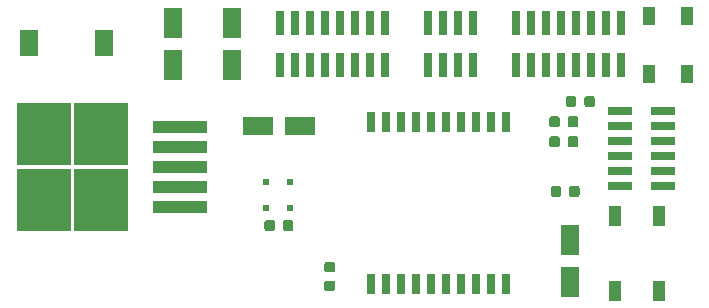
<source format=gbr>
G04 #@! TF.GenerationSoftware,KiCad,Pcbnew,5.1.0*
G04 #@! TF.CreationDate,2019-04-02T20:23:27-06:00*
G04 #@! TF.ProjectId,minisumo-FreeRTOS,6d696e69-7375-46d6-9f2d-467265655254,rev?*
G04 #@! TF.SameCoordinates,Original*
G04 #@! TF.FileFunction,Paste,Top*
G04 #@! TF.FilePolarity,Positive*
%FSLAX46Y46*%
G04 Gerber Fmt 4.6, Leading zero omitted, Abs format (unit mm)*
G04 Created by KiCad (PCBNEW 5.1.0) date 2019-04-02 20:23:27*
%MOMM*%
%LPD*%
G04 APERTURE LIST*
%ADD10R,4.550000X5.250000*%
%ADD11R,4.600000X1.100000*%
%ADD12R,1.500000X2.200000*%
%ADD13R,0.700000X1.700000*%
%ADD14R,2.600000X1.600000*%
%ADD15C,0.100000*%
%ADD16C,0.875000*%
%ADD17R,1.600000X2.600000*%
%ADD18R,0.500000X0.500000*%
%ADD19R,1.000000X1.500000*%
%ADD20R,0.750000X2.100000*%
%ADD21R,2.100000X0.750000*%
%ADD22R,1.000000X1.700000*%
G04 APERTURE END LIST*
D10*
X117425000Y-96175000D03*
X112575000Y-101725000D03*
X117425000Y-101725000D03*
X112575000Y-96175000D03*
D11*
X124150000Y-95550000D03*
X124150000Y-97250000D03*
X124150000Y-98950000D03*
X124150000Y-100650000D03*
X124150000Y-102350000D03*
D12*
X117700000Y-88400000D03*
X111300000Y-88400000D03*
D13*
X140285000Y-95150000D03*
X141555000Y-95150000D03*
X142825000Y-95150000D03*
X144095000Y-95150000D03*
X145365000Y-95150000D03*
X146635000Y-95150000D03*
X147905000Y-95150000D03*
X149175000Y-95150000D03*
X150445000Y-95150000D03*
X151715000Y-95150000D03*
X151715000Y-108850000D03*
X150445000Y-108850000D03*
X149175000Y-108850000D03*
X147905000Y-108850000D03*
X146635000Y-108850000D03*
X145365000Y-108850000D03*
X144095000Y-108850000D03*
X142825000Y-108850000D03*
X141555000Y-108850000D03*
X140285000Y-108850000D03*
D14*
X130700000Y-95500000D03*
X134300000Y-95500000D03*
D15*
G36*
X157627691Y-94626053D02*
G01*
X157648926Y-94629203D01*
X157669750Y-94634419D01*
X157689962Y-94641651D01*
X157709368Y-94650830D01*
X157727781Y-94661866D01*
X157745024Y-94674654D01*
X157760930Y-94689070D01*
X157775346Y-94704976D01*
X157788134Y-94722219D01*
X157799170Y-94740632D01*
X157808349Y-94760038D01*
X157815581Y-94780250D01*
X157820797Y-94801074D01*
X157823947Y-94822309D01*
X157825000Y-94843750D01*
X157825000Y-95356250D01*
X157823947Y-95377691D01*
X157820797Y-95398926D01*
X157815581Y-95419750D01*
X157808349Y-95439962D01*
X157799170Y-95459368D01*
X157788134Y-95477781D01*
X157775346Y-95495024D01*
X157760930Y-95510930D01*
X157745024Y-95525346D01*
X157727781Y-95538134D01*
X157709368Y-95549170D01*
X157689962Y-95558349D01*
X157669750Y-95565581D01*
X157648926Y-95570797D01*
X157627691Y-95573947D01*
X157606250Y-95575000D01*
X157168750Y-95575000D01*
X157147309Y-95573947D01*
X157126074Y-95570797D01*
X157105250Y-95565581D01*
X157085038Y-95558349D01*
X157065632Y-95549170D01*
X157047219Y-95538134D01*
X157029976Y-95525346D01*
X157014070Y-95510930D01*
X156999654Y-95495024D01*
X156986866Y-95477781D01*
X156975830Y-95459368D01*
X156966651Y-95439962D01*
X156959419Y-95419750D01*
X156954203Y-95398926D01*
X156951053Y-95377691D01*
X156950000Y-95356250D01*
X156950000Y-94843750D01*
X156951053Y-94822309D01*
X156954203Y-94801074D01*
X156959419Y-94780250D01*
X156966651Y-94760038D01*
X156975830Y-94740632D01*
X156986866Y-94722219D01*
X156999654Y-94704976D01*
X157014070Y-94689070D01*
X157029976Y-94674654D01*
X157047219Y-94661866D01*
X157065632Y-94650830D01*
X157085038Y-94641651D01*
X157105250Y-94634419D01*
X157126074Y-94629203D01*
X157147309Y-94626053D01*
X157168750Y-94625000D01*
X157606250Y-94625000D01*
X157627691Y-94626053D01*
X157627691Y-94626053D01*
G37*
D16*
X157387500Y-95100000D03*
D15*
G36*
X156052691Y-94626053D02*
G01*
X156073926Y-94629203D01*
X156094750Y-94634419D01*
X156114962Y-94641651D01*
X156134368Y-94650830D01*
X156152781Y-94661866D01*
X156170024Y-94674654D01*
X156185930Y-94689070D01*
X156200346Y-94704976D01*
X156213134Y-94722219D01*
X156224170Y-94740632D01*
X156233349Y-94760038D01*
X156240581Y-94780250D01*
X156245797Y-94801074D01*
X156248947Y-94822309D01*
X156250000Y-94843750D01*
X156250000Y-95356250D01*
X156248947Y-95377691D01*
X156245797Y-95398926D01*
X156240581Y-95419750D01*
X156233349Y-95439962D01*
X156224170Y-95459368D01*
X156213134Y-95477781D01*
X156200346Y-95495024D01*
X156185930Y-95510930D01*
X156170024Y-95525346D01*
X156152781Y-95538134D01*
X156134368Y-95549170D01*
X156114962Y-95558349D01*
X156094750Y-95565581D01*
X156073926Y-95570797D01*
X156052691Y-95573947D01*
X156031250Y-95575000D01*
X155593750Y-95575000D01*
X155572309Y-95573947D01*
X155551074Y-95570797D01*
X155530250Y-95565581D01*
X155510038Y-95558349D01*
X155490632Y-95549170D01*
X155472219Y-95538134D01*
X155454976Y-95525346D01*
X155439070Y-95510930D01*
X155424654Y-95495024D01*
X155411866Y-95477781D01*
X155400830Y-95459368D01*
X155391651Y-95439962D01*
X155384419Y-95419750D01*
X155379203Y-95398926D01*
X155376053Y-95377691D01*
X155375000Y-95356250D01*
X155375000Y-94843750D01*
X155376053Y-94822309D01*
X155379203Y-94801074D01*
X155384419Y-94780250D01*
X155391651Y-94760038D01*
X155400830Y-94740632D01*
X155411866Y-94722219D01*
X155424654Y-94704976D01*
X155439070Y-94689070D01*
X155454976Y-94674654D01*
X155472219Y-94661866D01*
X155490632Y-94650830D01*
X155510038Y-94641651D01*
X155530250Y-94634419D01*
X155551074Y-94629203D01*
X155572309Y-94626053D01*
X155593750Y-94625000D01*
X156031250Y-94625000D01*
X156052691Y-94626053D01*
X156052691Y-94626053D01*
G37*
D16*
X155812500Y-95100000D03*
D15*
G36*
X156052691Y-96326053D02*
G01*
X156073926Y-96329203D01*
X156094750Y-96334419D01*
X156114962Y-96341651D01*
X156134368Y-96350830D01*
X156152781Y-96361866D01*
X156170024Y-96374654D01*
X156185930Y-96389070D01*
X156200346Y-96404976D01*
X156213134Y-96422219D01*
X156224170Y-96440632D01*
X156233349Y-96460038D01*
X156240581Y-96480250D01*
X156245797Y-96501074D01*
X156248947Y-96522309D01*
X156250000Y-96543750D01*
X156250000Y-97056250D01*
X156248947Y-97077691D01*
X156245797Y-97098926D01*
X156240581Y-97119750D01*
X156233349Y-97139962D01*
X156224170Y-97159368D01*
X156213134Y-97177781D01*
X156200346Y-97195024D01*
X156185930Y-97210930D01*
X156170024Y-97225346D01*
X156152781Y-97238134D01*
X156134368Y-97249170D01*
X156114962Y-97258349D01*
X156094750Y-97265581D01*
X156073926Y-97270797D01*
X156052691Y-97273947D01*
X156031250Y-97275000D01*
X155593750Y-97275000D01*
X155572309Y-97273947D01*
X155551074Y-97270797D01*
X155530250Y-97265581D01*
X155510038Y-97258349D01*
X155490632Y-97249170D01*
X155472219Y-97238134D01*
X155454976Y-97225346D01*
X155439070Y-97210930D01*
X155424654Y-97195024D01*
X155411866Y-97177781D01*
X155400830Y-97159368D01*
X155391651Y-97139962D01*
X155384419Y-97119750D01*
X155379203Y-97098926D01*
X155376053Y-97077691D01*
X155375000Y-97056250D01*
X155375000Y-96543750D01*
X155376053Y-96522309D01*
X155379203Y-96501074D01*
X155384419Y-96480250D01*
X155391651Y-96460038D01*
X155400830Y-96440632D01*
X155411866Y-96422219D01*
X155424654Y-96404976D01*
X155439070Y-96389070D01*
X155454976Y-96374654D01*
X155472219Y-96361866D01*
X155490632Y-96350830D01*
X155510038Y-96341651D01*
X155530250Y-96334419D01*
X155551074Y-96329203D01*
X155572309Y-96326053D01*
X155593750Y-96325000D01*
X156031250Y-96325000D01*
X156052691Y-96326053D01*
X156052691Y-96326053D01*
G37*
D16*
X155812500Y-96800000D03*
D15*
G36*
X157627691Y-96326053D02*
G01*
X157648926Y-96329203D01*
X157669750Y-96334419D01*
X157689962Y-96341651D01*
X157709368Y-96350830D01*
X157727781Y-96361866D01*
X157745024Y-96374654D01*
X157760930Y-96389070D01*
X157775346Y-96404976D01*
X157788134Y-96422219D01*
X157799170Y-96440632D01*
X157808349Y-96460038D01*
X157815581Y-96480250D01*
X157820797Y-96501074D01*
X157823947Y-96522309D01*
X157825000Y-96543750D01*
X157825000Y-97056250D01*
X157823947Y-97077691D01*
X157820797Y-97098926D01*
X157815581Y-97119750D01*
X157808349Y-97139962D01*
X157799170Y-97159368D01*
X157788134Y-97177781D01*
X157775346Y-97195024D01*
X157760930Y-97210930D01*
X157745024Y-97225346D01*
X157727781Y-97238134D01*
X157709368Y-97249170D01*
X157689962Y-97258349D01*
X157669750Y-97265581D01*
X157648926Y-97270797D01*
X157627691Y-97273947D01*
X157606250Y-97275000D01*
X157168750Y-97275000D01*
X157147309Y-97273947D01*
X157126074Y-97270797D01*
X157105250Y-97265581D01*
X157085038Y-97258349D01*
X157065632Y-97249170D01*
X157047219Y-97238134D01*
X157029976Y-97225346D01*
X157014070Y-97210930D01*
X156999654Y-97195024D01*
X156986866Y-97177781D01*
X156975830Y-97159368D01*
X156966651Y-97139962D01*
X156959419Y-97119750D01*
X156954203Y-97098926D01*
X156951053Y-97077691D01*
X156950000Y-97056250D01*
X156950000Y-96543750D01*
X156951053Y-96522309D01*
X156954203Y-96501074D01*
X156959419Y-96480250D01*
X156966651Y-96460038D01*
X156975830Y-96440632D01*
X156986866Y-96422219D01*
X156999654Y-96404976D01*
X157014070Y-96389070D01*
X157029976Y-96374654D01*
X157047219Y-96361866D01*
X157065632Y-96350830D01*
X157085038Y-96341651D01*
X157105250Y-96334419D01*
X157126074Y-96329203D01*
X157147309Y-96326053D01*
X157168750Y-96325000D01*
X157606250Y-96325000D01*
X157627691Y-96326053D01*
X157627691Y-96326053D01*
G37*
D16*
X157387500Y-96800000D03*
D15*
G36*
X157452691Y-92926053D02*
G01*
X157473926Y-92929203D01*
X157494750Y-92934419D01*
X157514962Y-92941651D01*
X157534368Y-92950830D01*
X157552781Y-92961866D01*
X157570024Y-92974654D01*
X157585930Y-92989070D01*
X157600346Y-93004976D01*
X157613134Y-93022219D01*
X157624170Y-93040632D01*
X157633349Y-93060038D01*
X157640581Y-93080250D01*
X157645797Y-93101074D01*
X157648947Y-93122309D01*
X157650000Y-93143750D01*
X157650000Y-93656250D01*
X157648947Y-93677691D01*
X157645797Y-93698926D01*
X157640581Y-93719750D01*
X157633349Y-93739962D01*
X157624170Y-93759368D01*
X157613134Y-93777781D01*
X157600346Y-93795024D01*
X157585930Y-93810930D01*
X157570024Y-93825346D01*
X157552781Y-93838134D01*
X157534368Y-93849170D01*
X157514962Y-93858349D01*
X157494750Y-93865581D01*
X157473926Y-93870797D01*
X157452691Y-93873947D01*
X157431250Y-93875000D01*
X156993750Y-93875000D01*
X156972309Y-93873947D01*
X156951074Y-93870797D01*
X156930250Y-93865581D01*
X156910038Y-93858349D01*
X156890632Y-93849170D01*
X156872219Y-93838134D01*
X156854976Y-93825346D01*
X156839070Y-93810930D01*
X156824654Y-93795024D01*
X156811866Y-93777781D01*
X156800830Y-93759368D01*
X156791651Y-93739962D01*
X156784419Y-93719750D01*
X156779203Y-93698926D01*
X156776053Y-93677691D01*
X156775000Y-93656250D01*
X156775000Y-93143750D01*
X156776053Y-93122309D01*
X156779203Y-93101074D01*
X156784419Y-93080250D01*
X156791651Y-93060038D01*
X156800830Y-93040632D01*
X156811866Y-93022219D01*
X156824654Y-93004976D01*
X156839070Y-92989070D01*
X156854976Y-92974654D01*
X156872219Y-92961866D01*
X156890632Y-92950830D01*
X156910038Y-92941651D01*
X156930250Y-92934419D01*
X156951074Y-92929203D01*
X156972309Y-92926053D01*
X156993750Y-92925000D01*
X157431250Y-92925000D01*
X157452691Y-92926053D01*
X157452691Y-92926053D01*
G37*
D16*
X157212500Y-93400000D03*
D15*
G36*
X159027691Y-92926053D02*
G01*
X159048926Y-92929203D01*
X159069750Y-92934419D01*
X159089962Y-92941651D01*
X159109368Y-92950830D01*
X159127781Y-92961866D01*
X159145024Y-92974654D01*
X159160930Y-92989070D01*
X159175346Y-93004976D01*
X159188134Y-93022219D01*
X159199170Y-93040632D01*
X159208349Y-93060038D01*
X159215581Y-93080250D01*
X159220797Y-93101074D01*
X159223947Y-93122309D01*
X159225000Y-93143750D01*
X159225000Y-93656250D01*
X159223947Y-93677691D01*
X159220797Y-93698926D01*
X159215581Y-93719750D01*
X159208349Y-93739962D01*
X159199170Y-93759368D01*
X159188134Y-93777781D01*
X159175346Y-93795024D01*
X159160930Y-93810930D01*
X159145024Y-93825346D01*
X159127781Y-93838134D01*
X159109368Y-93849170D01*
X159089962Y-93858349D01*
X159069750Y-93865581D01*
X159048926Y-93870797D01*
X159027691Y-93873947D01*
X159006250Y-93875000D01*
X158568750Y-93875000D01*
X158547309Y-93873947D01*
X158526074Y-93870797D01*
X158505250Y-93865581D01*
X158485038Y-93858349D01*
X158465632Y-93849170D01*
X158447219Y-93838134D01*
X158429976Y-93825346D01*
X158414070Y-93810930D01*
X158399654Y-93795024D01*
X158386866Y-93777781D01*
X158375830Y-93759368D01*
X158366651Y-93739962D01*
X158359419Y-93719750D01*
X158354203Y-93698926D01*
X158351053Y-93677691D01*
X158350000Y-93656250D01*
X158350000Y-93143750D01*
X158351053Y-93122309D01*
X158354203Y-93101074D01*
X158359419Y-93080250D01*
X158366651Y-93060038D01*
X158375830Y-93040632D01*
X158386866Y-93022219D01*
X158399654Y-93004976D01*
X158414070Y-92989070D01*
X158429976Y-92974654D01*
X158447219Y-92961866D01*
X158465632Y-92950830D01*
X158485038Y-92941651D01*
X158505250Y-92934419D01*
X158526074Y-92929203D01*
X158547309Y-92926053D01*
X158568750Y-92925000D01*
X159006250Y-92925000D01*
X159027691Y-92926053D01*
X159027691Y-92926053D01*
G37*
D16*
X158787500Y-93400000D03*
D15*
G36*
X137077691Y-106976053D02*
G01*
X137098926Y-106979203D01*
X137119750Y-106984419D01*
X137139962Y-106991651D01*
X137159368Y-107000830D01*
X137177781Y-107011866D01*
X137195024Y-107024654D01*
X137210930Y-107039070D01*
X137225346Y-107054976D01*
X137238134Y-107072219D01*
X137249170Y-107090632D01*
X137258349Y-107110038D01*
X137265581Y-107130250D01*
X137270797Y-107151074D01*
X137273947Y-107172309D01*
X137275000Y-107193750D01*
X137275000Y-107631250D01*
X137273947Y-107652691D01*
X137270797Y-107673926D01*
X137265581Y-107694750D01*
X137258349Y-107714962D01*
X137249170Y-107734368D01*
X137238134Y-107752781D01*
X137225346Y-107770024D01*
X137210930Y-107785930D01*
X137195024Y-107800346D01*
X137177781Y-107813134D01*
X137159368Y-107824170D01*
X137139962Y-107833349D01*
X137119750Y-107840581D01*
X137098926Y-107845797D01*
X137077691Y-107848947D01*
X137056250Y-107850000D01*
X136543750Y-107850000D01*
X136522309Y-107848947D01*
X136501074Y-107845797D01*
X136480250Y-107840581D01*
X136460038Y-107833349D01*
X136440632Y-107824170D01*
X136422219Y-107813134D01*
X136404976Y-107800346D01*
X136389070Y-107785930D01*
X136374654Y-107770024D01*
X136361866Y-107752781D01*
X136350830Y-107734368D01*
X136341651Y-107714962D01*
X136334419Y-107694750D01*
X136329203Y-107673926D01*
X136326053Y-107652691D01*
X136325000Y-107631250D01*
X136325000Y-107193750D01*
X136326053Y-107172309D01*
X136329203Y-107151074D01*
X136334419Y-107130250D01*
X136341651Y-107110038D01*
X136350830Y-107090632D01*
X136361866Y-107072219D01*
X136374654Y-107054976D01*
X136389070Y-107039070D01*
X136404976Y-107024654D01*
X136422219Y-107011866D01*
X136440632Y-107000830D01*
X136460038Y-106991651D01*
X136480250Y-106984419D01*
X136501074Y-106979203D01*
X136522309Y-106976053D01*
X136543750Y-106975000D01*
X137056250Y-106975000D01*
X137077691Y-106976053D01*
X137077691Y-106976053D01*
G37*
D16*
X136800000Y-107412500D03*
D15*
G36*
X137077691Y-108551053D02*
G01*
X137098926Y-108554203D01*
X137119750Y-108559419D01*
X137139962Y-108566651D01*
X137159368Y-108575830D01*
X137177781Y-108586866D01*
X137195024Y-108599654D01*
X137210930Y-108614070D01*
X137225346Y-108629976D01*
X137238134Y-108647219D01*
X137249170Y-108665632D01*
X137258349Y-108685038D01*
X137265581Y-108705250D01*
X137270797Y-108726074D01*
X137273947Y-108747309D01*
X137275000Y-108768750D01*
X137275000Y-109206250D01*
X137273947Y-109227691D01*
X137270797Y-109248926D01*
X137265581Y-109269750D01*
X137258349Y-109289962D01*
X137249170Y-109309368D01*
X137238134Y-109327781D01*
X137225346Y-109345024D01*
X137210930Y-109360930D01*
X137195024Y-109375346D01*
X137177781Y-109388134D01*
X137159368Y-109399170D01*
X137139962Y-109408349D01*
X137119750Y-109415581D01*
X137098926Y-109420797D01*
X137077691Y-109423947D01*
X137056250Y-109425000D01*
X136543750Y-109425000D01*
X136522309Y-109423947D01*
X136501074Y-109420797D01*
X136480250Y-109415581D01*
X136460038Y-109408349D01*
X136440632Y-109399170D01*
X136422219Y-109388134D01*
X136404976Y-109375346D01*
X136389070Y-109360930D01*
X136374654Y-109345024D01*
X136361866Y-109327781D01*
X136350830Y-109309368D01*
X136341651Y-109289962D01*
X136334419Y-109269750D01*
X136329203Y-109248926D01*
X136326053Y-109227691D01*
X136325000Y-109206250D01*
X136325000Y-108768750D01*
X136326053Y-108747309D01*
X136329203Y-108726074D01*
X136334419Y-108705250D01*
X136341651Y-108685038D01*
X136350830Y-108665632D01*
X136361866Y-108647219D01*
X136374654Y-108629976D01*
X136389070Y-108614070D01*
X136404976Y-108599654D01*
X136422219Y-108586866D01*
X136440632Y-108575830D01*
X136460038Y-108566651D01*
X136480250Y-108559419D01*
X136501074Y-108554203D01*
X136522309Y-108551053D01*
X136543750Y-108550000D01*
X137056250Y-108550000D01*
X137077691Y-108551053D01*
X137077691Y-108551053D01*
G37*
D16*
X136800000Y-108987500D03*
D17*
X157100000Y-108700000D03*
X157100000Y-105100000D03*
D18*
X131400000Y-102400000D03*
X131400000Y-100200000D03*
X133400000Y-102400000D03*
X133400000Y-100200000D03*
D19*
X163800000Y-91050000D03*
X167000000Y-91050000D03*
X163800000Y-86150000D03*
X167000000Y-86150000D03*
D20*
X148905000Y-90300000D03*
X148905000Y-86700000D03*
X147635000Y-90300000D03*
X147635000Y-86700000D03*
X146365000Y-90300000D03*
X146365000Y-86700000D03*
X145095000Y-90300000D03*
X145095000Y-86700000D03*
D21*
X161400000Y-100575000D03*
X165000000Y-100575000D03*
X161400000Y-99305000D03*
X165000000Y-99305000D03*
X161400000Y-98035000D03*
X165000000Y-98035000D03*
X161400000Y-96765000D03*
X165000000Y-96765000D03*
X161400000Y-95495000D03*
X165000000Y-95495000D03*
X161400000Y-94225000D03*
X165000000Y-94225000D03*
D20*
X141445000Y-90300000D03*
X141445000Y-86700000D03*
X140175000Y-90300000D03*
X140175000Y-86700000D03*
X138905000Y-90300000D03*
X138905000Y-86700000D03*
X137635000Y-90300000D03*
X137635000Y-86700000D03*
X136365000Y-90300000D03*
X136365000Y-86700000D03*
X135095000Y-90300000D03*
X135095000Y-86700000D03*
X133825000Y-90300000D03*
X133825000Y-86700000D03*
X132555000Y-90300000D03*
X132555000Y-86700000D03*
D15*
G36*
X133515191Y-103426053D02*
G01*
X133536426Y-103429203D01*
X133557250Y-103434419D01*
X133577462Y-103441651D01*
X133596868Y-103450830D01*
X133615281Y-103461866D01*
X133632524Y-103474654D01*
X133648430Y-103489070D01*
X133662846Y-103504976D01*
X133675634Y-103522219D01*
X133686670Y-103540632D01*
X133695849Y-103560038D01*
X133703081Y-103580250D01*
X133708297Y-103601074D01*
X133711447Y-103622309D01*
X133712500Y-103643750D01*
X133712500Y-104156250D01*
X133711447Y-104177691D01*
X133708297Y-104198926D01*
X133703081Y-104219750D01*
X133695849Y-104239962D01*
X133686670Y-104259368D01*
X133675634Y-104277781D01*
X133662846Y-104295024D01*
X133648430Y-104310930D01*
X133632524Y-104325346D01*
X133615281Y-104338134D01*
X133596868Y-104349170D01*
X133577462Y-104358349D01*
X133557250Y-104365581D01*
X133536426Y-104370797D01*
X133515191Y-104373947D01*
X133493750Y-104375000D01*
X133056250Y-104375000D01*
X133034809Y-104373947D01*
X133013574Y-104370797D01*
X132992750Y-104365581D01*
X132972538Y-104358349D01*
X132953132Y-104349170D01*
X132934719Y-104338134D01*
X132917476Y-104325346D01*
X132901570Y-104310930D01*
X132887154Y-104295024D01*
X132874366Y-104277781D01*
X132863330Y-104259368D01*
X132854151Y-104239962D01*
X132846919Y-104219750D01*
X132841703Y-104198926D01*
X132838553Y-104177691D01*
X132837500Y-104156250D01*
X132837500Y-103643750D01*
X132838553Y-103622309D01*
X132841703Y-103601074D01*
X132846919Y-103580250D01*
X132854151Y-103560038D01*
X132863330Y-103540632D01*
X132874366Y-103522219D01*
X132887154Y-103504976D01*
X132901570Y-103489070D01*
X132917476Y-103474654D01*
X132934719Y-103461866D01*
X132953132Y-103450830D01*
X132972538Y-103441651D01*
X132992750Y-103434419D01*
X133013574Y-103429203D01*
X133034809Y-103426053D01*
X133056250Y-103425000D01*
X133493750Y-103425000D01*
X133515191Y-103426053D01*
X133515191Y-103426053D01*
G37*
D16*
X133275000Y-103900000D03*
D15*
G36*
X131940191Y-103426053D02*
G01*
X131961426Y-103429203D01*
X131982250Y-103434419D01*
X132002462Y-103441651D01*
X132021868Y-103450830D01*
X132040281Y-103461866D01*
X132057524Y-103474654D01*
X132073430Y-103489070D01*
X132087846Y-103504976D01*
X132100634Y-103522219D01*
X132111670Y-103540632D01*
X132120849Y-103560038D01*
X132128081Y-103580250D01*
X132133297Y-103601074D01*
X132136447Y-103622309D01*
X132137500Y-103643750D01*
X132137500Y-104156250D01*
X132136447Y-104177691D01*
X132133297Y-104198926D01*
X132128081Y-104219750D01*
X132120849Y-104239962D01*
X132111670Y-104259368D01*
X132100634Y-104277781D01*
X132087846Y-104295024D01*
X132073430Y-104310930D01*
X132057524Y-104325346D01*
X132040281Y-104338134D01*
X132021868Y-104349170D01*
X132002462Y-104358349D01*
X131982250Y-104365581D01*
X131961426Y-104370797D01*
X131940191Y-104373947D01*
X131918750Y-104375000D01*
X131481250Y-104375000D01*
X131459809Y-104373947D01*
X131438574Y-104370797D01*
X131417750Y-104365581D01*
X131397538Y-104358349D01*
X131378132Y-104349170D01*
X131359719Y-104338134D01*
X131342476Y-104325346D01*
X131326570Y-104310930D01*
X131312154Y-104295024D01*
X131299366Y-104277781D01*
X131288330Y-104259368D01*
X131279151Y-104239962D01*
X131271919Y-104219750D01*
X131266703Y-104198926D01*
X131263553Y-104177691D01*
X131262500Y-104156250D01*
X131262500Y-103643750D01*
X131263553Y-103622309D01*
X131266703Y-103601074D01*
X131271919Y-103580250D01*
X131279151Y-103560038D01*
X131288330Y-103540632D01*
X131299366Y-103522219D01*
X131312154Y-103504976D01*
X131326570Y-103489070D01*
X131342476Y-103474654D01*
X131359719Y-103461866D01*
X131378132Y-103450830D01*
X131397538Y-103441651D01*
X131417750Y-103434419D01*
X131438574Y-103429203D01*
X131459809Y-103426053D01*
X131481250Y-103425000D01*
X131918750Y-103425000D01*
X131940191Y-103426053D01*
X131940191Y-103426053D01*
G37*
D16*
X131700000Y-103900000D03*
D15*
G36*
X156165191Y-100526053D02*
G01*
X156186426Y-100529203D01*
X156207250Y-100534419D01*
X156227462Y-100541651D01*
X156246868Y-100550830D01*
X156265281Y-100561866D01*
X156282524Y-100574654D01*
X156298430Y-100589070D01*
X156312846Y-100604976D01*
X156325634Y-100622219D01*
X156336670Y-100640632D01*
X156345849Y-100660038D01*
X156353081Y-100680250D01*
X156358297Y-100701074D01*
X156361447Y-100722309D01*
X156362500Y-100743750D01*
X156362500Y-101256250D01*
X156361447Y-101277691D01*
X156358297Y-101298926D01*
X156353081Y-101319750D01*
X156345849Y-101339962D01*
X156336670Y-101359368D01*
X156325634Y-101377781D01*
X156312846Y-101395024D01*
X156298430Y-101410930D01*
X156282524Y-101425346D01*
X156265281Y-101438134D01*
X156246868Y-101449170D01*
X156227462Y-101458349D01*
X156207250Y-101465581D01*
X156186426Y-101470797D01*
X156165191Y-101473947D01*
X156143750Y-101475000D01*
X155706250Y-101475000D01*
X155684809Y-101473947D01*
X155663574Y-101470797D01*
X155642750Y-101465581D01*
X155622538Y-101458349D01*
X155603132Y-101449170D01*
X155584719Y-101438134D01*
X155567476Y-101425346D01*
X155551570Y-101410930D01*
X155537154Y-101395024D01*
X155524366Y-101377781D01*
X155513330Y-101359368D01*
X155504151Y-101339962D01*
X155496919Y-101319750D01*
X155491703Y-101298926D01*
X155488553Y-101277691D01*
X155487500Y-101256250D01*
X155487500Y-100743750D01*
X155488553Y-100722309D01*
X155491703Y-100701074D01*
X155496919Y-100680250D01*
X155504151Y-100660038D01*
X155513330Y-100640632D01*
X155524366Y-100622219D01*
X155537154Y-100604976D01*
X155551570Y-100589070D01*
X155567476Y-100574654D01*
X155584719Y-100561866D01*
X155603132Y-100550830D01*
X155622538Y-100541651D01*
X155642750Y-100534419D01*
X155663574Y-100529203D01*
X155684809Y-100526053D01*
X155706250Y-100525000D01*
X156143750Y-100525000D01*
X156165191Y-100526053D01*
X156165191Y-100526053D01*
G37*
D16*
X155925000Y-101000000D03*
D15*
G36*
X157740191Y-100526053D02*
G01*
X157761426Y-100529203D01*
X157782250Y-100534419D01*
X157802462Y-100541651D01*
X157821868Y-100550830D01*
X157840281Y-100561866D01*
X157857524Y-100574654D01*
X157873430Y-100589070D01*
X157887846Y-100604976D01*
X157900634Y-100622219D01*
X157911670Y-100640632D01*
X157920849Y-100660038D01*
X157928081Y-100680250D01*
X157933297Y-100701074D01*
X157936447Y-100722309D01*
X157937500Y-100743750D01*
X157937500Y-101256250D01*
X157936447Y-101277691D01*
X157933297Y-101298926D01*
X157928081Y-101319750D01*
X157920849Y-101339962D01*
X157911670Y-101359368D01*
X157900634Y-101377781D01*
X157887846Y-101395024D01*
X157873430Y-101410930D01*
X157857524Y-101425346D01*
X157840281Y-101438134D01*
X157821868Y-101449170D01*
X157802462Y-101458349D01*
X157782250Y-101465581D01*
X157761426Y-101470797D01*
X157740191Y-101473947D01*
X157718750Y-101475000D01*
X157281250Y-101475000D01*
X157259809Y-101473947D01*
X157238574Y-101470797D01*
X157217750Y-101465581D01*
X157197538Y-101458349D01*
X157178132Y-101449170D01*
X157159719Y-101438134D01*
X157142476Y-101425346D01*
X157126570Y-101410930D01*
X157112154Y-101395024D01*
X157099366Y-101377781D01*
X157088330Y-101359368D01*
X157079151Y-101339962D01*
X157071919Y-101319750D01*
X157066703Y-101298926D01*
X157063553Y-101277691D01*
X157062500Y-101256250D01*
X157062500Y-100743750D01*
X157063553Y-100722309D01*
X157066703Y-100701074D01*
X157071919Y-100680250D01*
X157079151Y-100660038D01*
X157088330Y-100640632D01*
X157099366Y-100622219D01*
X157112154Y-100604976D01*
X157126570Y-100589070D01*
X157142476Y-100574654D01*
X157159719Y-100561866D01*
X157178132Y-100550830D01*
X157197538Y-100541651D01*
X157217750Y-100534419D01*
X157238574Y-100529203D01*
X157259809Y-100526053D01*
X157281250Y-100525000D01*
X157718750Y-100525000D01*
X157740191Y-100526053D01*
X157740191Y-100526053D01*
G37*
D16*
X157500000Y-101000000D03*
D22*
X164700000Y-103100000D03*
X164700000Y-109400000D03*
X160900000Y-103100000D03*
X160900000Y-109400000D03*
D20*
X152555000Y-86700000D03*
X152555000Y-90300000D03*
X153825000Y-86700000D03*
X153825000Y-90300000D03*
X155095000Y-86700000D03*
X155095000Y-90300000D03*
X156365000Y-86700000D03*
X156365000Y-90300000D03*
X157635000Y-86700000D03*
X157635000Y-90300000D03*
X158905000Y-86700000D03*
X158905000Y-90300000D03*
X160175000Y-86700000D03*
X160175000Y-90300000D03*
X161445000Y-86700000D03*
X161445000Y-90300000D03*
D17*
X123500000Y-90300000D03*
X123500000Y-86700000D03*
X128500000Y-90300000D03*
X128500000Y-86700000D03*
M02*

</source>
